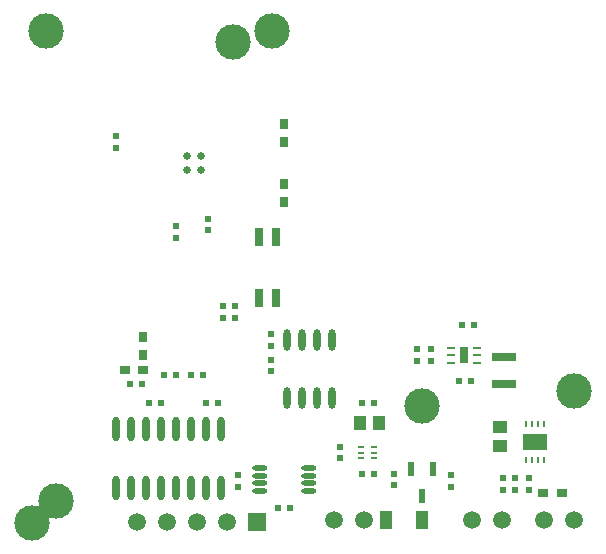
<source format=gbs>
%FSLAX25Y25*%
%MOIN*%
G70*
G01*
G75*
G04 Layer_Color=16711935*
%ADD10O,0.00984X0.02559*%
%ADD11O,0.02559X0.00984*%
%ADD12R,0.17716X0.17716*%
%ADD13R,0.02953X0.03543*%
%ADD14R,0.05315X0.03740*%
%ADD15R,0.01575X0.01575*%
%ADD16R,0.00039X0.11811*%
%ADD17R,0.02559X0.06102*%
%ADD18R,0.03543X0.03937*%
%ADD19R,0.03937X0.01378*%
%ADD20R,0.02953X0.09449*%
%ADD21R,0.01969X0.02362*%
%ADD22R,0.02362X0.01969*%
%ADD23C,0.03937*%
%ADD24C,0.00787*%
%ADD25C,0.02000*%
%ADD26C,0.01969*%
%ADD27C,0.01181*%
%ADD28C,0.01000*%
%ADD29C,0.03937*%
%ADD30R,0.02913X0.03937*%
%ADD31R,0.03150X0.04724*%
%ADD32R,0.05079X0.19193*%
%ADD33R,0.03937X0.36142*%
%ADD34R,0.04764X1.00709*%
%ADD35R,0.15590X0.08583*%
%ADD36R,0.04764X0.12598*%
%ADD37R,0.05079X0.12598*%
%ADD38R,0.07992X0.01811*%
G04:AMPARAMS|DCode=39|XSize=18.11mil|YSize=66.44mil|CornerRadius=0mil|HoleSize=0mil|Usage=FLASHONLY|Rotation=124.500|XOffset=0mil|YOffset=0mil|HoleType=Round|Shape=Rectangle|*
%AMROTATEDRECTD39*
4,1,4,0.03251,0.01135,-0.02225,-0.02628,-0.03251,-0.01135,0.02225,0.02628,0.03251,0.01135,0.0*
%
%ADD39ROTATEDRECTD39*%

%ADD40R,0.03500X0.06000*%
%ADD41R,0.04000X0.03870*%
%ADD42R,0.04000X0.03709*%
%ADD43C,0.05906*%
%ADD44R,0.05906X0.05906*%
%ADD45C,0.11811*%
%ADD46C,0.02598*%
%ADD47C,0.03150*%
%ADD48R,0.02559X0.00984*%
%ADD49R,0.03150X0.05512*%
%ADD50R,0.02362X0.04528*%
%ADD51O,0.02362X0.07284*%
%ADD52R,0.03937X0.06496*%
%ADD53R,0.08268X0.05512*%
%ADD54O,0.00984X0.02362*%
%ADD55O,0.05118X0.01772*%
%ADD56R,0.01969X0.00984*%
%ADD57R,0.05118X0.03937*%
%ADD58O,0.02362X0.08071*%
%ADD59R,0.08071X0.03150*%
%ADD60R,0.03543X0.03150*%
%ADD61R,0.03937X0.05118*%
%ADD62R,0.03150X0.03543*%
%ADD63C,0.03150*%
%ADD64C,0.01575*%
%ADD65C,0.00984*%
%ADD66C,0.11811*%
D17*
X393547Y341835D02*
D03*
X399256D02*
D03*
Y321559D02*
D03*
X393547D02*
D03*
D21*
X420500Y268032D02*
D03*
Y271969D02*
D03*
X366000Y341531D02*
D03*
Y345468D02*
D03*
X376500Y344032D02*
D03*
Y347969D02*
D03*
X483500Y257531D02*
D03*
Y261469D02*
D03*
X475000Y257531D02*
D03*
Y261469D02*
D03*
X450862Y300472D02*
D03*
Y304409D02*
D03*
X446362Y300472D02*
D03*
Y304409D02*
D03*
X386500Y262469D02*
D03*
Y258531D02*
D03*
X457500Y258531D02*
D03*
Y262469D02*
D03*
X438500Y259032D02*
D03*
Y262968D02*
D03*
X479000Y261469D02*
D03*
Y257531D02*
D03*
X397500Y305532D02*
D03*
Y309469D02*
D03*
X397500Y300969D02*
D03*
Y297031D02*
D03*
X346000Y371532D02*
D03*
Y375468D02*
D03*
D22*
X428031Y263000D02*
D03*
X431968D02*
D03*
X460394Y293941D02*
D03*
X464331D02*
D03*
X385469Y315000D02*
D03*
X381532D02*
D03*
X350532Y293000D02*
D03*
X354468D02*
D03*
X431968Y286500D02*
D03*
X428031D02*
D03*
X461394Y312441D02*
D03*
X465331D02*
D03*
X400032Y251500D02*
D03*
X403968D02*
D03*
X379969Y286500D02*
D03*
X376031D02*
D03*
X374969Y296000D02*
D03*
X371031D02*
D03*
X362032Y296000D02*
D03*
X365968D02*
D03*
X357031Y286500D02*
D03*
X360968D02*
D03*
X381532Y319000D02*
D03*
X385469D02*
D03*
D43*
X353000Y247000D02*
D03*
X363000D02*
D03*
X373000D02*
D03*
X383000D02*
D03*
X428500Y247500D02*
D03*
X418500D02*
D03*
X498500D02*
D03*
X488500D02*
D03*
X474500D02*
D03*
X464500D02*
D03*
D44*
X393000Y247000D02*
D03*
D45*
X448000Y285500D02*
D03*
X326000Y254000D02*
D03*
X385000Y407000D02*
D03*
D46*
X374362Y368862D02*
D03*
Y364138D02*
D03*
X369638Y368862D02*
D03*
Y364138D02*
D03*
X487862Y273500D02*
D03*
X483138D02*
D03*
D48*
X457500Y299882D02*
D03*
Y302441D02*
D03*
Y305000D02*
D03*
X466161D02*
D03*
Y302441D02*
D03*
Y299882D02*
D03*
D49*
X461831Y302441D02*
D03*
D50*
X444260Y264429D02*
D03*
X451740D02*
D03*
X448000Y255571D02*
D03*
D51*
X418000Y288354D02*
D03*
X413000D02*
D03*
X408000D02*
D03*
X403000D02*
D03*
X418000Y307646D02*
D03*
X413000D02*
D03*
X408000D02*
D03*
X403000D02*
D03*
D52*
X435898Y247500D02*
D03*
X448102D02*
D03*
D53*
X485500Y273500D02*
D03*
D54*
X482547Y267595D02*
D03*
X484516D02*
D03*
X486484D02*
D03*
X488453D02*
D03*
Y279405D02*
D03*
X486484D02*
D03*
X484516D02*
D03*
X482547D02*
D03*
D55*
X393831Y257161D02*
D03*
Y259720D02*
D03*
Y262280D02*
D03*
Y264839D02*
D03*
X410169Y257161D02*
D03*
Y259720D02*
D03*
Y262280D02*
D03*
Y264839D02*
D03*
D56*
X427776Y271969D02*
D03*
Y270000D02*
D03*
Y268032D02*
D03*
X432106D02*
D03*
Y270000D02*
D03*
Y271969D02*
D03*
D57*
X474000Y272350D02*
D03*
Y278650D02*
D03*
D58*
X381000Y258059D02*
D03*
X376000D02*
D03*
X371000D02*
D03*
X366000D02*
D03*
X361000D02*
D03*
X356000D02*
D03*
X351000D02*
D03*
X346000D02*
D03*
X381000Y277941D02*
D03*
X376000D02*
D03*
X371000D02*
D03*
X366000D02*
D03*
X361000D02*
D03*
X356000D02*
D03*
X351000D02*
D03*
X346000D02*
D03*
D59*
X475362Y292913D02*
D03*
Y301969D02*
D03*
D60*
X355051Y297500D02*
D03*
X348949D02*
D03*
X488449Y256500D02*
D03*
X494551D02*
D03*
D61*
X427350Y280000D02*
D03*
X433650D02*
D03*
D62*
X402000Y379551D02*
D03*
Y373449D02*
D03*
Y353449D02*
D03*
Y359551D02*
D03*
X355000Y302449D02*
D03*
Y308551D02*
D03*
D66*
X318000Y246500D02*
D03*
X398000Y410500D02*
D03*
X498500Y290500D02*
D03*
X322500Y410500D02*
D03*
M02*

</source>
